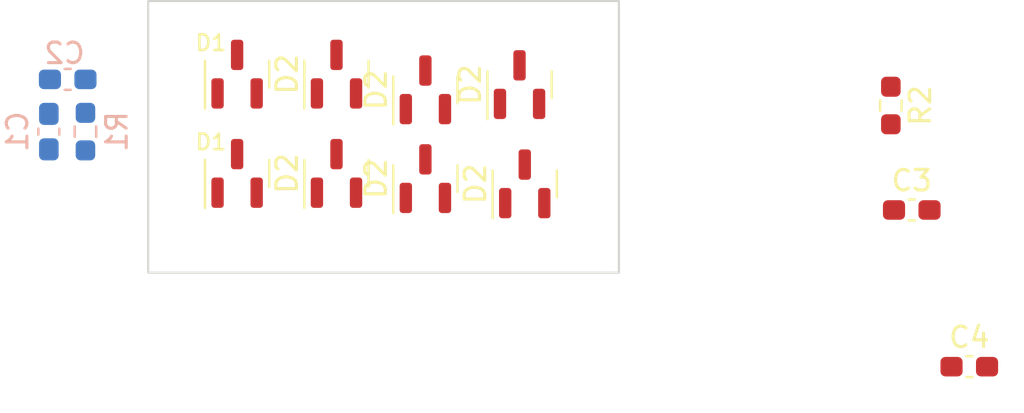
<source format=kicad_pcb>
(kicad_pcb (version 20211014) (generator pcbnew)
  (layers (0 "F.Cu" signal) (31 "B.Cu" signal) (34 "B.Paste" user) (35 "F.Paste" user) (36 "B.SilkS" user "B.Silkscreen") (37 "F.SilkS" user "F.Silkscreen") (38 "B.Mask" user) (39 "F.Mask" user) (44 "Edge.Cuts" user))
  (net 0 "")
  (net 1 "/In")
  (net 2 "GND")
  (net 3 "/Out")
  (net 4 "VCC")
  (footprint "Package_TO_SOT_SMD:SOT-23" (layer "F.Cu") (at 145.288 85.09 90)
    (fp_text reference "D2" (at 0 -2.4 90) (layer "F.SilkS"))
    (fp_text value "BAT54S" hide)
    (fp_line (start 0 1.56) (end -0.65 1.56) (layer "F.SilkS") (width 0.12))
    (fp_line (start 0 1.56) (end 0.65 1.56) (layer "F.SilkS") (width 0.12))
    (fp_line (start 0 -1.56) (end -1.675 -1.56) (layer "F.SilkS") (width 0.12))
    (fp_line (start 0 -1.56) (end 0.65 -1.56) (layer "F.SilkS") (width 0.12))
    (pad "1" smd roundrect (at -0.9375 -0.95 90) (size 1.475 0.6) (layers "F.Cu" "F.Paste" "F.Mask"))
    (pad "2" smd roundrect (at -0.9375 0.95 90) (size 1.475 0.6) (layers "F.Cu" "F.Paste" "F.Mask"))
    (pad "3" smd roundrect (at 0.9375 0 90) (size 1.475 0.6) (layers "F.Cu" "F.Paste" "F.Mask"))
  )
  (footprint "Package_TO_SOT_SMD:SOT-23" (layer "F.Cu") (at 136.144 79.756 90)
    (fp_text reference "D2" (at 0 -2.4 90) (layer "F.SilkS"))
    (fp_text value "BAT54S" hide)
    (fp_line (start 0 1.56) (end -0.65 1.56) (layer "F.SilkS") (width 0.12))
    (fp_line (start 0 1.56) (end 0.65 1.56) (layer "F.SilkS") (width 0.12))
    (fp_line (start 0 -1.56) (end -1.675 -1.56) (layer "F.SilkS") (width 0.12))
    (fp_line (start 0 -1.56) (end 0.65 -1.56) (layer "F.SilkS") (width 0.12))
    (pad "1" smd roundrect (at -0.9375 -0.95 90) (size 1.475 0.6) (layers "F.Cu" "F.Paste" "F.Mask") (net 2 "GND"))
    (pad "2" smd roundrect (at -0.9375 0.95 90) (size 1.475 0.6) (layers "F.Cu" "F.Paste" "F.Mask") (net 4 "VCC"))
    (pad "3" smd roundrect (at 0.9375 0 90) (size 1.475 0.6) (layers "F.Cu" "F.Paste" "F.Mask") (net 3 "/Out"))
  )
  (footprint "Package_TO_SOT_SMD:SOT-23" (layer "F.Cu") (at 140.462 84.836 90)
    (fp_text reference "D2" (at 0 -2.4 90) (layer "F.SilkS"))
    (fp_text value "BAT54S" hide)
    (fp_line (start 0 1.56) (end -0.65 1.56) (layer "F.SilkS") (width 0.12))
    (fp_line (start 0 1.56) (end 0.65 1.56) (layer "F.SilkS") (width 0.12))
    (fp_line (start 0 -1.56) (end -1.675 -1.56) (layer "F.SilkS") (width 0.12))
    (fp_line (start 0 -1.56) (end 0.65 -1.56) (layer "F.SilkS") (width 0.12))
    (pad "1" smd roundrect (at -0.9375 -0.95 90) (size 1.475 0.6) (layers "F.Cu" "F.Paste" "F.Mask"))
    (pad "2" smd roundrect (at -0.9375 0.95 90) (size 1.475 0.6) (layers "F.Cu" "F.Paste" "F.Mask"))
    (pad "3" smd roundrect (at 0.9375 0 90) (size 1.475 0.6) (layers "F.Cu" "F.Paste" "F.Mask"))
  )
  (footprint "Package_TO_SOT_SMD:SOT-23" (layer "F.Cu") (at 136.144 84.582 90)
    (fp_text reference "D2" (at 0 -2.4 90) (layer "F.SilkS"))
    (fp_text value "BAT54S" hide)
    (fp_line (start 0 1.56) (end -0.65 1.56) (layer "F.SilkS") (width 0.12))
    (fp_line (start 0 1.56) (end 0.65 1.56) (layer "F.SilkS") (width 0.12))
    (fp_line (start 0 -1.56) (end -1.675 -1.56) (layer "F.SilkS") (width 0.12))
    (fp_line (start 0 -1.56) (end 0.65 -1.56) (layer "F.SilkS") (width 0.12))
    (pad "1" smd roundrect (at -0.9375 -0.95 90) (size 1.475 0.6) (layers "F.Cu" "F.Paste" "F.Mask") (net 2 "GND"))
    (pad "2" smd roundrect (at -0.9375 0.95 90) (size 1.475 0.6) (layers "F.Cu" "F.Paste" "F.Mask") (net 4 "VCC"))
    (pad "3" smd roundrect (at 0.9375 0 90) (size 1.475 0.6) (layers "F.Cu" "F.Paste" "F.Mask") (net 3 "/Out"))
  )
  (footprint "Capacitor_SMD:C_0603_1608Metric_Pad1.08x0.95mm_HandSolder" (layer "F.Cu") (at 164.084 86.36)
    (fp_text reference "C3" (at 0 -1.43) (layer "F.SilkS"))
    (fp_text value "0.1uF" hide)
    (fp_line (start -0.146267 -0.51) (end 0.146267 -0.51) (layer "F.SilkS") (width 0.12))
    (fp_line (start -0.146267 0.51) (end 0.146267 0.51) (layer "F.SilkS") (width 0.12))
    (pad "1" smd roundrect (at -0.8625 0) (size 1.075 0.95) (layers "F.Cu" "F.Paste" "F.Mask") (net 1 "/In"))
    (pad "2" smd roundrect (at 0.8625 0) (size 1.075 0.95) (layers "F.Cu" "F.Paste" "F.Mask") (net 2 "GND"))
  )
  (footprint "Package_TO_SOT_SMD:SOT-23" (layer "F.Cu") (at 131.318 79.756 90)
    (fp_text reference "D1" (at 1.524 -1.27) (layer "F.SilkS") (effects (font (size 0.762 0.762) (thickness 0.127))))
    (fp_text value "BAT54S" hide)
    (fp_line (start 0 -1.56) (end 0.65 -1.56) (layer "F.SilkS") (width 0.12))
    (fp_line (start 0 -1.56) (end -1.675 -1.56) (layer "F.SilkS") (width 0.12))
    (fp_line (start 0 1.56) (end -0.65 1.56) (layer "F.SilkS") (width 0.12))
    (fp_line (start 0 1.56) (end 0.65 1.56) (layer "F.SilkS") (width 0.12))
    (pad "1" smd roundrect (at -0.9375 -0.95 90) (size 1.475 0.6) (layers "F.Cu" "F.Paste" "F.Mask") (net 2 "GND"))
    (pad "2" smd roundrect (at -0.9375 0.95 90) (size 1.475 0.6) (layers "F.Cu" "F.Paste" "F.Mask") (net 4 "VCC"))
    (pad "3" smd roundrect (at 0.9375 0 90) (size 1.475 0.6) (layers "F.Cu" "F.Paste" "F.Mask") (net 3 "/Out"))
  )
  (footprint "Package_TO_SOT_SMD:SOT-23" (layer "F.Cu") (at 131.318 84.582 90)
    (fp_text reference "D1" (at 1.524 -1.27) (layer "F.SilkS") (effects (font (size 0.762 0.762) (thickness 0.127))))
    (fp_text value "BAT54S" hide)
    (fp_line (start 0 -1.56) (end 0.65 -1.56) (layer "F.SilkS") (width 0.12))
    (fp_line (start 0 -1.56) (end -1.675 -1.56) (layer "F.SilkS") (width 0.12))
    (fp_line (start 0 1.56) (end -0.65 1.56) (layer "F.SilkS") (width 0.12))
    (fp_line (start 0 1.56) (end 0.65 1.56) (layer "F.SilkS") (width 0.12))
    (pad "1" smd roundrect (at -0.9375 -0.95 90) (size 1.475 0.6) (layers "F.Cu" "F.Paste" "F.Mask") (net 2 "GND"))
    (pad "2" smd roundrect (at -0.9375 0.95 90) (size 1.475 0.6) (layers "F.Cu" "F.Paste" "F.Mask") (net 4 "VCC"))
    (pad "3" smd roundrect (at 0.9375 0 90) (size 1.475 0.6) (layers "F.Cu" "F.Paste" "F.Mask") (net 3 "/Out"))
  )
  (footprint "Package_TO_SOT_SMD:SOT-23" (layer "F.Cu") (at 145.034 80.264 90)
    (fp_text reference "D2" (at 0 -2.4 90) (layer "F.SilkS"))
    (fp_text value "BAT54S" hide)
    (fp_line (start 0 1.56) (end -0.65 1.56) (layer "F.SilkS") (width 0.12))
    (fp_line (start 0 1.56) (end 0.65 1.56) (layer "F.SilkS") (width 0.12))
    (fp_line (start 0 -1.56) (end -1.675 -1.56) (layer "F.SilkS") (width 0.12))
    (fp_line (start 0 -1.56) (end 0.65 -1.56) (layer "F.SilkS") (width 0.12))
    (pad "1" smd roundrect (at -0.9375 -0.95 90) (size 1.475 0.6) (layers "F.Cu" "F.Paste" "F.Mask"))
    (pad "2" smd roundrect (at -0.9375 0.95 90) (size 1.475 0.6) (layers "F.Cu" "F.Paste" "F.Mask"))
    (pad "3" smd roundrect (at 0.9375 0 90) (size 1.475 0.6) (layers "F.Cu" "F.Paste" "F.Mask"))
  )
  (footprint "Resistor_SMD:R_0603_1608Metric_Pad0.98x0.95mm_HandSolder" (layer "F.Cu") (at 163.068 81.28 -90)
    (fp_text reference "R2" (at 0 -1.43 90) (layer "F.SilkS"))
    (fp_text value "470R" hide)
    (fp_line (start -0.254724 -0.5225) (end 0.254724 -0.5225) (layer "F.SilkS") (width 0.12))
    (fp_line (start -0.254724 0.5225) (end 0.254724 0.5225) (layer "F.SilkS") (width 0.12))
    (pad "1" smd roundrect (at -0.9125 0 270) (size 0.975 0.95) (layers "F.Cu" "F.Paste" "F.Mask"))
    (pad "2" smd roundrect (at 0.9125 0 270) (size 0.975 0.95) (layers "F.Cu" "F.Paste" "F.Mask") (net 1 "/In"))
  )
  (footprint "Capacitor_SMD:C_0603_1608Metric_Pad1.08x0.95mm_HandSolder" (layer "F.Cu") (at 166.878 93.98)
    (fp_text reference "C4" (at 0 -1.43) (layer "F.SilkS"))
    (fp_text value "0.22uF")
    (fp_line (start -0.146267 -0.51) (end 0.146267 -0.51) (layer "F.SilkS") (width 0.12))
    (fp_line (start -0.146267 0.51) (end 0.146267 0.51) (layer "F.SilkS") (width 0.12))
    (pad "1" smd roundrect (at -0.8625 0) (size 1.075 0.95) (layers "F.Cu" "F.Paste" "F.Mask") (net 3 "/Out"))
    (pad "2" smd roundrect (at 0.8625 0) (size 1.075 0.95) (layers "F.Cu" "F.Paste" "F.Mask") (net 2 "GND"))
  )
  (footprint "Package_TO_SOT_SMD:SOT-23" (layer "F.Cu") (at 140.462 80.518 90)
    (fp_text reference "D2" (at 0 -2.4 90) (layer "F.SilkS"))
    (fp_text value "BAT54S" hide)
    (fp_line (start 0 1.56) (end -0.65 1.56) (layer "F.SilkS") (width 0.12))
    (fp_line (start 0 1.56) (end 0.65 1.56) (layer "F.SilkS") (width 0.12))
    (fp_line (start 0 -1.56) (end -1.675 -1.56) (layer "F.SilkS") (width 0.12))
    (fp_line (start 0 -1.56) (end 0.65 -1.56) (layer "F.SilkS") (width 0.12))
    (pad "1" smd roundrect (at -0.9375 -0.95 90) (size 1.475 0.6) (layers "F.Cu" "F.Paste" "F.Mask"))
    (pad "2" smd roundrect (at -0.9375 0.95 90) (size 1.475 0.6) (layers "F.Cu" "F.Paste" "F.Mask"))
    (pad "3" smd roundrect (at 0.9375 0 90) (size 1.475 0.6) (layers "F.Cu" "F.Paste" "F.Mask"))
  )
  (footprint "Resistor_SMD:R_0603_1608Metric_Pad0.98x0.95mm_HandSolder" (layer "B.Cu") (at 123.952 82.55 -90)
    (fp_text reference "R1" (at 0 -1.524 -90) (layer "B.SilkS") (effects (justify mirror)))
    (fp_text value "470R" hide)
    (fp_line (start -0.254724 0.5225) (end 0.254724 0.5225) (layer "B.SilkS") (width 0.12))
    (fp_line (start -0.254724 -0.5225) (end 0.254724 -0.5225) (layer "B.SilkS") (width 0.12))
    (pad "1" smd roundrect (at -0.9125 0 270) (size 0.975 0.95) (layers "B.Cu" "B.Paste" "B.Mask") (net 3 "/Out"))
    (pad "2" smd roundrect (at 0.9125 0 270) (size 0.975 0.95) (layers "B.Cu" "B.Paste" "B.Mask") (net 1 "/In"))
  )
  (footprint "Capacitor_SMD:C_0603_1608Metric_Pad1.08x0.95mm_HandSolder" (layer "B.Cu") (at 123.0895 80.01 180)
    (fp_text reference "C2" (at 0.1535 1.27) (layer "B.SilkS") (effects (justify mirror)))
    (fp_text value "0.22uF" hide)
    (fp_line (start -0.146267 -0.51) (end 0.146267 -0.51) (layer "B.SilkS") (width 0.12))
    (fp_line (start -0.146267 0.51) (end 0.146267 0.51) (layer "B.SilkS") (width 0.12))
    (pad "1" smd roundrect (at -0.8625 0 180) (size 1.075 0.95) (layers "B.Cu" "B.Paste" "B.Mask") (net 3 "/Out"))
    (pad "2" smd roundrect (at 0.8625 0 180) (size 1.075 0.95) (layers "B.Cu" "B.Paste" "B.Mask") (net 2 "GND"))
  )
  (footprint "Capacitor_SMD:C_0603_1608Metric_Pad1.08x0.95mm_HandSolder" (layer "B.Cu") (at 122.174 82.55 90)
    (fp_text reference "C1" (at 0 -1.524 270) (layer "B.SilkS") (effects (justify mirror)))
    (fp_text value "0.1uF" hide)
    (fp_line (start -0.146267 -0.51) (end 0.146267 -0.51) (layer "B.SilkS") (width 0.12))
    (fp_line (start -0.146267 0.51) (end 0.146267 0.51) (layer "B.SilkS") (width 0.12))
    (pad "1" smd roundrect (at -0.8625 0 90) (size 1.075 0.95) (layers "B.Cu" "B.Paste" "B.Mask") (net 1 "/In"))
    (pad "2" smd roundrect (at 0.8625 0 90) (size 1.075 0.95) (layers "B.Cu" "B.Paste" "B.Mask") (net 2 "GND"))
  )
  (gr_rect (start 127 76.2) (end 149.86 89.408) (layer "Edge.Cuts") (width 0.1) (fill none))
)
</source>
